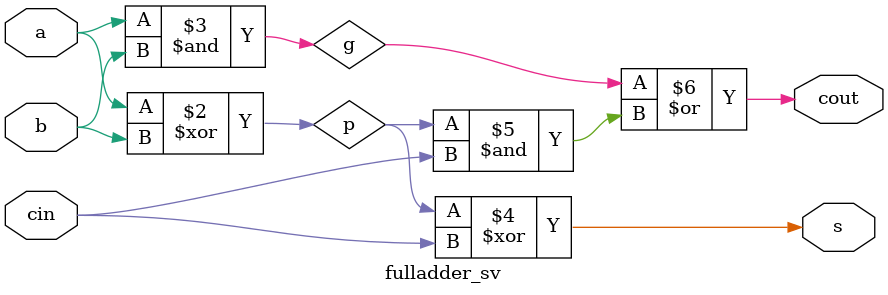
<source format=sv>
module fulladder_sv
(
input logic a, b, cin,
output logic s, cout
);

logic p, g;

always_comb
	begin
		p = a ^ b; // blocking
		g = a & b; // blocking
		s = p ^ cin; // blocking
		cout = g |(p & cin); // blocking
	end
endmodule
</source>
